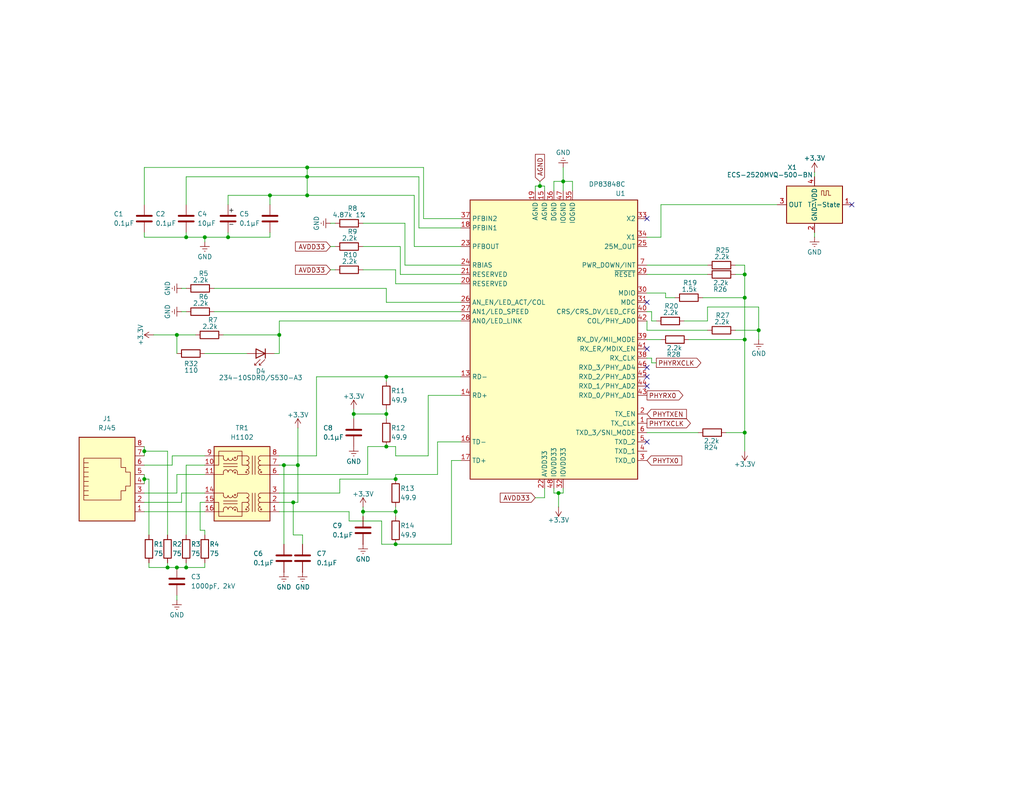
<source format=kicad_sch>
(kicad_sch (version 20231120) (generator "eeschema") (generator_version "8.0")
  (paper "A")
  (title_block (title "Free Space Optical 10BASE-T Ethernet Transceiver Circuit") (date "2025-07-22"))
  (lib_symbols
    (symbol "Connector:RJ45" (pin_names (offset 1.016))
      (property "Reference" "J" (at -5.08 13.97 0))
      (property "Value" "RJ45" (at 2.54 13.97 0))
      (symbol "RJ45_0_1"
        (polyline (pts (xy -5.08 4.445) (xy -6.35 4.445)))
        (polyline (pts (xy -5.08 5.715) (xy -6.35 5.715)))
        (polyline (pts (xy -6.35 -3.175) (xy -5.08 -3.175) (xy -5.08 -3.175)))
        (polyline (pts (xy -6.35 -1.905) (xy -5.08 -1.905) (xy -5.08 -1.905)))
        (polyline (pts (xy -6.35 -0.635) (xy -5.08 -0.635) (xy -5.08 -0.635)))
        (polyline (pts (xy -6.35 0.635) (xy -5.08 0.635) (xy -5.08 0.635)))
        (polyline (pts (xy -6.35 1.905) (xy -5.08 1.905) (xy -5.08 1.905)))
        (polyline (pts (xy -5.08 3.175) (xy -6.35 3.175) (xy -6.35 3.175)))
        (polyline (pts (xy -6.35 -4.445) (xy -6.35 6.985) (xy 3.81 6.985) (xy 3.81 4.445) (xy 5.08 4.445) (xy 5.08 3.175) (xy 6.35 3.175) (xy 6.35 -0.635) (xy 5.08 -0.635) (xy 5.08 -1.905) (xy 3.81 -1.905) (xy 3.81 -4.445) (xy -6.35 -4.445) (xy -6.35 -4.445)))
        (rectangle (start 7.62 12.7) (end -7.62 -10.16) (stroke (width 0.254)) (fill (type background)))
      )
      (symbol "RJ45_1_1"
        (pin passive line (at 10.16 -7.62 180) (length 2.54) (name "~") (number "1"))
        (pin passive line (at 10.16 -5.08 180) (length 2.54) (name "~") (number "2"))
        (pin passive line (at 10.16 -2.54 180) (length 2.54) (name "~") (number "3"))
        (pin passive line (at 10.16 0 180) (length 2.54) (name "~") (number "4"))
        (pin passive line (at 10.16 2.54 180) (length 2.54) (name "~") (number "5"))
        (pin passive line (at 10.16 5.08 180) (length 2.54) (name "~") (number "6"))
        (pin passive line (at 10.16 7.62 180) (length 2.54) (name "~") (number "7"))
        (pin passive line (at 10.16 10.16 180) (length 2.54) (name "~") (number "8"))
      )
    )
    (symbol "Device:C" (pin_numbers hide) (pin_names (offset 0.254))
      (property "Reference" "C" (at 0.635 2.54 0))
      (property "Value" "C" (at 0.635 -2.54 0))
      (symbol "C_0_1"
        (polyline (pts (xy -2.032 -0.762) (xy 2.032 -0.762)) (stroke (width 0.508)))
        (polyline (pts (xy -2.032 0.762) (xy 2.032 0.762)) (stroke (width 0.508)))
      )
      (symbol "C_1_1"
        (pin passive line (at 0 3.81 270) (length 2.794) (name "~") (number "1"))
        (pin passive line (at 0 -3.81 90) (length 2.794) (name "~") (number "2"))
      )
    )
    (symbol "Device:R" (pin_numbers hide) (pin_names (offset 0))
      (property "Reference" "R" (at 2.032 0 90))
      (property "Value" "R" (at 0 0 90))
      (symbol "R_0_1"
        (rectangle (start -1.016 -2.54) (end 1.016 2.54) (stroke (width 0.254)))
      )
      (symbol "R_1_1"
        (pin passive line (at 0 3.81 270) (length 1.27) (name "~") (number "1"))
        (pin passive line (at 0 -3.81 90) (length 1.27) (name "~") (number "2"))
      )
    )
    (symbol "Interface_Ethernet:DP83848C"
      (property "Reference" "U" (at -21.59 39.37 0))
      (property "Value" "DP83848C" (at 12.7 39.37 0))
      (symbol "DP83848C_0_1"
        (rectangle (start -22.86 38.1) (end 22.86 -38.1) (stroke (width 0.254)) (fill (type background)))
      )
      (symbol "DP83848C_1_1"
        (pin output line (at -25.4 22.86 0) (length 2.54) (name "TX_CLK") (number "1"))
        (pin passive line (at 25.4 10.16 180) (length 2.54) (name "RD-") (number "13"))
        (pin passive line (at 25.4 15.24 180) (length 2.54) (name "RD+") (number "14"))
        (pin power_in line (at 2.54 -40.64 90) (length 2.54) (name "AGND") (number "15"))
        (pin passive line (at 25.4 27.94 180) (length 2.54) (name "TD-") (number "16"))
        (pin passive line (at 25.4 33.02 180) (length 2.54) (name "TD+") (number "17"))
        (pin passive line (at 25.4 -30.48 180) (length 2.54) (name "PFBIN1") (number "18"))
        (pin power_in line (at 5.08 -40.64 90) (length 2.54) (name "AGND") (number "19"))
        (pin input line (at -25.4 20.32 0) (length 2.54) (name "TX_EN") (number "2"))
        (pin passive line (at 25.4 -15.24 180) (length 2.54) (name "RESERVED") (number "20"))
        (pin passive line (at 25.4 -17.78 180) (length 2.54) (name "RESERVED") (number "21"))
        (pin power_in line (at 2.54 40.64 270) (length 2.54) (name "AVDD33") (number "22"))
        (pin passive line (at 25.4 -25.4 180) (length 2.54) (name "PFBOUT") (number "23"))
        (pin passive line (at 25.4 -20.32 180) (length 2.54) (name "RBIAS") (number "24"))
        (pin output line (at -25.4 -25.4 0) (length 2.54) (name "25M_OUT") (number "25"))
        (pin output line (at 25.4 -10.16 180) (length 2.54) (name "AN_EN/LED_ACT/COL") (number "26"))
        (pin output line (at 25.4 -7.62 180) (length 2.54) (name "AN1/LED_SPEED") (number "27"))
        (pin output line (at 25.4 -5.08 180) (length 2.54) (name "AN0/LED_LINK") (number "28"))
        (pin input line (at -25.4 -17.78 0) (length 2.54) (name "~{RESET}") (number "29"))
        (pin input line (at -25.4 33.02 0) (length 2.54) (name "TXD_0") (number "3"))
        (pin bidirectional line (at -25.4 -12.7 0) (length 2.54) (name "MDIO") (number "30"))
        (pin input line (at -25.4 -10.16 0) (length 2.54) (name "MDC") (number "31"))
        (pin power_in line (at -2.54 40.64 270) (length 2.54) (name "IOVDD33") (number "32"))
        (pin output line (at -25.4 -33.02 0) (length 2.54) (name "X2") (number "33"))
        (pin input line (at -25.4 -27.94 0) (length 2.54) (name "X1") (number "34"))
        (pin power_in line (at -5.08 -40.64 90) (length 2.54) (name "IOGND") (number "35"))
        (pin power_in line (at 0 -40.64 90) (length 2.54) (name "DGND") (number "36"))
        (pin passive line (at 25.4 -33.02 180) (length 2.54) (name "PFBIN2") (number "37"))
        (pin output line (at -25.4 5.08 0) (length 2.54) (name "RX_CLK") (number "38"))
        (pin output line (at -25.4 0 0) (length 2.54) (name "RX_DV/MII_MODE") (number "39"))
        (pin input line (at -25.4 30.48 0) (length 2.54) (name "TXD_1") (number "4"))
        (pin output line (at -25.4 -7.62 0) (length 2.54) (name "CRS/CRS_DV/LED_CFG") (number "40"))
        (pin output line (at -25.4 2.54 0) (length 2.54) (name "RX_ER/MDIX_EN") (number "41"))
        (pin output line (at -25.4 -5.08 0) (length 2.54) (name "COL/PHY_AD0") (number "42"))
        (pin output line (at -25.4 15.24 0) (length 2.54) (name "RXD_0/PHY_AD1") (number "43"))
        (pin output line (at -25.4 12.7 0) (length 2.54) (name "RXD_1/PHY_AD2") (number "44"))
        (pin output line (at -25.4 10.16 0) (length 2.54) (name "RXD_2/PHY_AD3") (number "45"))
        (pin output line (at -25.4 7.62 0) (length 2.54) (name "RXD_3/PHY_AD4") (number "46"))
        (pin power_in line (at -2.54 -40.64 90) (length 2.54) (name "IOGND") (number "47"))
        (pin power_in line (at 0 40.64 270) (length 2.54) (name "IOVDD33") (number "48"))
        (pin input line (at -25.4 27.94 0) (length 2.54) (name "TXD_2") (number "5"))
        (pin input line (at -25.4 25.4 0) (length 2.54) (name "TXD_3/SNI_MODE") (number "6"))
        (pin input line (at -25.4 -20.32 0) (length 2.54) (name "PWR_DOWN/INT") (number "7"))
      )
    )
    (symbol "LED:IR204A" (pin_numbers hide) (pin_names (offset 1.016) hide)
      (property "Reference" "D" (at 0.508 1.778 0))
      (property "Value" "IR204A" (at -1.016 -2.794 0))
      (symbol "IR204A_0_1"
        (polyline (pts (xy -2.54 1.27) (xy -2.54 -1.27)) (stroke (width 0.254)))
        (polyline (pts (xy 0 0) (xy -2.54 0)))
        (polyline (pts (xy 0.381 3.175) (xy -0.127 3.175)))
        (polyline (pts (xy -1.143 1.651) (xy 0.381 3.175) (xy 0.381 2.667)))
        (polyline (pts (xy 0 1.27) (xy -2.54 0) (xy 0 -1.27) (xy 0 1.27)) (stroke (width 0.254)))
        (polyline (pts (xy -2.413 1.651) (xy -0.889 3.175) (xy -0.889 2.667) (xy -0.889 3.175) (xy -1.397 3.175)))
      )
      (symbol "IR204A_1_1"
        (pin passive line (at -5.08 0 0) (length 2.54) (name "K") (number "1"))
        (pin passive line (at 2.54 0 180) (length 2.54) (name "A") (number "2"))
      )
    )
    (symbol "Oscillator:ECS-2520MV-xxx-xx"
      (property "Reference" "X" (at -5.08 6.35 0))
      (property "Value" "ECS-2520MV-xxx-xx" (at 1.27 -6.35 0))
      (symbol "ECS-2520MV-xxx-xx_0_1"
        (rectangle (start -7.62 5.08) (end 7.62 -5.08) (stroke (width 0.254)) (fill (type background)))
        (polyline (pts (xy -4.445 2.54) (xy -3.81 2.54) (xy -3.81 3.81) (xy -3.175 3.81) (xy -3.175 2.54) (xy -2.54 2.54) (xy -2.54 3.81) (xy -1.905 3.81) (xy -1.905 2.54)))
      )
      (symbol "ECS-2520MV-xxx-xx_1_1"
        (pin input line (at -10.16 0 0) (length 2.54) (name "Tri-State") (number "1"))
        (pin power_in line (at 0 -7.62 90) (length 2.54) (name "GND") (number "2"))
        (pin output line (at 10.16 0 180) (length 2.54) (name "OUT") (number "3"))
        (pin power_in line (at 0 7.62 270) (length 2.54) (name "VDD") (number "4"))
      )
    )
    (symbol "Transformer:PT61017PEL" (pin_names hide)
      (property "Reference" "TR" (at 0 10.795 0))
      (property "Value" "PT61017PEL" (at 0 -10.795 0))
      (symbol "PT61017PEL_0_1"
        (rectangle (start -7.62 10.16) (end 7.62 -10.16) (stroke (width 0.254)) (fill (type background)))
        (circle (center -5.207 3.175) (radius 0.1778))
        (arc (start -5.08 6.35) (mid -4.4477 6.985) (end -5.08 7.62))
        (polyline (pts (xy -5.08 2.54) (xy -7.62 2.54)))
        (polyline (pts (xy -5.08 5.08) (xy -7.62 5.08)))
        (polyline (pts (xy -5.08 7.62) (xy -7.62 7.62)))
        (polyline (pts (xy -3.556 -2.54) (xy -3.556 -7.62)))
        (polyline (pts (xy -3.556 2.54) (xy -3.556 7.62)))
        (polyline (pts (xy -2.794 -7.62) (xy -2.794 -2.54)))
        (polyline (pts (xy -2.794 7.62) (xy -2.794 2.54)))
        (polyline (pts (xy 1.27 4.699) (xy 5.08 4.699)))
        (polyline (pts (xy 1.27 5.461) (xy 5.08 5.461)))
        (polyline (pts (xy -1.27 2.54) (xy 1.27 2.54) (xy 1.27 3.175)))
        (polyline (pts (xy 1.27 6.985) (xy 1.27 7.62) (xy -1.27 7.62)))
        (polyline (pts (xy 5.08 3.175) (xy 5.08 2.54) (xy 7.62 2.54)))
        (polyline (pts (xy 5.08 6.985) (xy 5.08 7.62) (xy 7.62 7.62)))
        (polyline (pts (xy -1.27 5.08) (xy 0 5.08) (xy 0 8.89) (xy 6.35 8.89) (xy 6.35 5.08) (xy 7.62 5.08)))
      )
      (symbol "PT61017PEL_1_1"
        (circle (center -5.207 -6.985) (radius 0.1778))
        (arc (start -5.08 -7.62) (mid -4.4477 -6.985) (end -5.08 -6.35))
        (arc (start -5.08 -6.35) (mid -4.4477 -5.715) (end -5.08 -5.08))
        (arc (start -5.08 -5.08) (mid -4.4477 -4.445) (end -5.08 -3.81))
        (arc (start -5.08 -3.81) (mid -4.4477 -3.175) (end -5.08 -2.54))
        (arc (start -5.08 2.54) (mid -4.4477 3.175) (end -5.08 3.81))
        (arc (start -5.08 3.81) (mid -4.4477 4.445) (end -5.08 5.08))
        (arc (start -5.08 5.08) (mid -4.4477 5.715) (end -5.08 6.35))
        (arc (start -1.27 -6.35) (mid -1.9023 -6.985) (end -1.27 -7.62))
        (arc (start -1.27 -5.08) (mid -1.9023 -5.715) (end -1.27 -6.35))
        (arc (start -1.27 -3.81) (mid -1.9023 -4.445) (end -1.27 -5.08))
        (arc (start -1.27 -2.54) (mid -1.9023 -3.175) (end -1.27 -3.81))
        (arc (start -1.27 3.81) (mid -1.9023 3.175) (end -1.27 2.54))
        (arc (start -1.27 5.08) (mid -1.9023 4.445) (end -1.27 3.81))
        (arc (start -1.27 6.35) (mid -1.9023 5.715) (end -1.27 5.08))
        (arc (start -1.27 7.62) (mid -1.9023 6.985) (end -1.27 6.35))
        (circle (center -1.143 -6.985) (radius 0.1778))
        (circle (center -1.143 3.175) (radius 0.1778))
        (polyline (pts (xy -5.08 -7.62) (xy -7.62 -7.62)))
        (polyline (pts (xy -5.08 -5.08) (xy -7.62 -5.08)))
        (polyline (pts (xy -5.08 -2.54) (xy -7.62 -2.54)))
        (polyline (pts (xy 1.27 -5.461) (xy 5.08 -5.461)))
        (polyline (pts (xy 1.27 -4.699) (xy 5.08 -4.699)))
        (polyline (pts (xy -1.27 -7.62) (xy 1.27 -7.62) (xy 1.27 -6.985)))
        (polyline (pts (xy 1.27 -3.175) (xy 1.27 -2.54) (xy -1.27 -2.54)))
        (polyline (pts (xy 5.08 -6.985) (xy 5.08 -7.62) (xy 7.62 -7.62)))
        (polyline (pts (xy 5.08 -3.175) (xy 5.08 -2.54) (xy 7.62 -2.54)))
        (polyline (pts (xy 7.62 -5.08) (xy 6.35 -5.08) (xy 6.35 -8.89) (xy 0 -8.89) (xy 0 -5.08) (xy -1.27 -5.08)))
        (arc (start 1.27 -3.175) (mid 1.905 -3.8073) (end 2.54 -3.175))
        (arc (start 1.27 6.985) (mid 1.905 6.3527) (end 2.54 6.985))
        (circle (center 1.905 -7.112) (radius 0.1778))
        (circle (center 1.905 -3.048) (radius 0.1778))
        (circle (center 1.905 3.048) (radius 0.1778))
        (circle (center 1.905 7.112) (radius 0.1778))
        (arc (start 2.54 -6.985) (mid 1.905 -6.3527) (end 1.27 -6.985))
        (arc (start 2.54 -3.175) (mid 3.175 -3.8073) (end 3.81 -3.175))
        (arc (start 2.54 3.175) (mid 1.905 3.8073) (end 1.27 3.175))
        (arc (start 2.54 6.985) (mid 3.175 6.3527) (end 3.81 6.985))
        (arc (start 3.81 -6.985) (mid 3.175 -6.3527) (end 2.54 -6.985))
        (arc (start 3.81 -3.175) (mid 4.445 -3.8073) (end 5.08 -3.175))
        (arc (start 3.81 3.175) (mid 3.175 3.8073) (end 2.54 3.175))
        (arc (start 3.81 6.985) (mid 4.445 6.3527) (end 5.08 6.985))
        (arc (start 5.08 -6.985) (mid 4.445 -6.3527) (end 3.81 -6.985))
        (arc (start 5.08 3.175) (mid 4.445 3.8073) (end 3.81 3.175))
        (pin passive line (at -10.16 -7.62 0) (length 2.54) (name "TD+") (number "1"))
        (pin passive line (at 10.16 5.08 180) (length 2.54) (name "C_RX") (number "10"))
        (pin passive line (at 10.16 2.54 180) (length 2.54) (name "RX+") (number "11"))
        (pin passive line (at 10.16 -2.54 180) (length 2.54) (name "TX-") (number "14"))
        (pin passive line (at 10.16 -5.08 180) (length 2.54) (name "C_TX") (number "15"))
        (pin passive line (at 10.16 -7.62 180) (length 2.54) (name "TX+") (number "16"))
        (pin passive line (at -10.16 -5.08 0) (length 2.54) (name "C_TD") (number "2"))
        (pin passive line (at -10.16 -2.54 0) (length 2.54) (name "TD-") (number "3"))
        (pin passive line (at -10.16 2.54 0) (length 2.54) (name "RD+") (number "6"))
        (pin passive line (at -10.16 5.08 0) (length 2.54) (name "C_RD") (number "7"))
        (pin passive line (at -10.16 7.62 0) (length 2.54) (name "RD-") (number "8"))
        (pin passive line (at 10.16 7.62 180) (length 2.54) (name "RX-") (number "9"))
      )
    )
    (symbol "power:+3.3V" (power) (pin_numbers hide) (pin_names (offset 0) hide)
      (property "Value" "+3.3V" (at 0 3.556 0))
      (symbol "+3.3V_0_1"
        (polyline (pts (xy -0.762 1.27) (xy 0 2.54)))
        (polyline (pts (xy 0 0) (xy 0 2.54)))
        (polyline (pts (xy 0 2.54) (xy 0.762 1.27)))
      )
      (symbol "+3.3V_1_1"
        (pin power_in line (at 0 0 90) (length 0) (name "~") (number "1"))
      )
    )
    (symbol "power:Earth" (power) (pin_numbers hide) (pin_names (offset 0) hide)
      (property "Value" "Earth" (at 0 -3.81 0))
      (symbol "Earth_0_1"
        (polyline (pts (xy -0.635 -1.905) (xy 0.635 -1.905)))
        (polyline (pts (xy -0.127 -2.54) (xy 0.127 -2.54)))
        (polyline (pts (xy 0 -1.27) (xy 0 0)))
        (polyline (pts (xy 1.27 -1.27) (xy -1.27 -1.27)))
      )
      (symbol "Earth_1_1"
        (pin power_in line (at 0 0 270) (length 0) (name "~") (number "1"))
      )
    )
  )
  (junction (at 105.41 113.03))
  (junction (at 96.52 113.03))
  (junction (at 203.2 92.71))
  (junction (at 207.01 90.17))
  (junction (at 203.2 74.93))
  (junction (at 81.28 127))
  (junction (at 203.2 81.28))
  (junction (at 105.41 102.87))
  (junction (at 83.82 53.34))
  (junction (at 48.26 154.94))
  (junction (at 77.47 127))
  (junction (at 203.2 118.11))
  (junction (at 48.26 91.44))
  (junction (at 147.32 50.8))
  (junction (at 50.8 64.77))
  (junction (at 39.37 130.81))
  (junction (at 107.95 139.7))
  (junction (at 55.88 64.77))
  (junction (at 73.66 53.34))
  (junction (at 152.4 134.62))
  (junction (at 107.95 148.59))
  (junction (at 39.37 123.19))
  (junction (at 80.01 137.16))
  (junction (at 62.23 64.77))
  (junction (at 105.41 121.92))
  (junction (at 83.82 48.26))
  (junction (at 99.06 139.7))
  (junction (at 153.67 49.53))
  (junction (at 76.2 91.44))
  (junction (at 50.8 154.94))
  (junction (at 83.82 45.72))
  (junction (at 107.95 130.81))
  (junction (at 45.72 154.94))
  (no_connect (at 176.53 59.69))
  (no_connect (at 176.53 102.87))
  (no_connect (at 176.53 100.33))
  (no_connect (at 176.53 120.65))
  (no_connect (at 176.53 105.41))
  (no_connect (at 176.53 82.55))
  (no_connect (at 232.41 55.88))
  (no_connect (at 176.53 95.25))
  (wire (pts (xy 104.14 142.24) (xy 104.14 148.59)))
  (wire (pts (xy 39.37 45.72) (xy 39.37 55.88)))
  (wire (pts (xy 176.53 118.11) (xy 190.5 118.11)))
  (wire (pts (xy 179.07 99.06) (xy 177.8 99.06)))
  (wire (pts (xy 203.2 74.93) (xy 203.2 81.28)))
  (wire (pts (xy 90.17 67.31) (xy 91.44 67.31)))
  (wire (pts (xy 96.52 113.03) (xy 105.41 113.03)))
  (wire (pts (xy 86.36 102.87) (xy 105.41 102.87)))
  (wire (pts (xy 39.37 139.7) (xy 55.88 139.7)))
  (wire (pts (xy 76.2 87.63) (xy 125.73 87.63)))
  (wire (pts (xy 55.88 144.78) (xy 55.88 146.05)))
  (wire (pts (xy 107.95 124.46) (xy 107.95 121.92)))
  (wire (pts (xy 46.99 127) (xy 46.99 124.46)))
  (wire (pts (xy 207.01 83.82) (xy 207.01 90.17)))
  (wire (pts (xy 76.2 134.62) (xy 92.71 134.62)))
  (wire (pts (xy 76.2 127) (xy 77.47 127)))
  (wire (pts (xy 180.34 55.88) (xy 180.34 64.77)))
  (wire (pts (xy 73.66 53.34) (xy 62.23 53.34)))
  (wire (pts (xy 39.37 134.62) (xy 48.26 134.62)))
  (wire (pts (xy 107.95 138.43) (xy 107.95 139.7)))
  (wire (pts (xy 99.06 138.43) (xy 99.06 139.7)))
  (wire (pts (xy 180.34 55.88) (xy 212.09 55.88)))
  (wire (pts (xy 177.8 85.09) (xy 177.8 87.63)))
  (wire (pts (xy 151.13 133.35) (xy 151.13 134.62)))
  (wire (pts (xy 62.23 53.34) (xy 62.23 55.88)))
  (wire (pts (xy 203.2 81.28) (xy 203.2 92.71)))
  (wire (pts (xy 82.55 146.05) (xy 80.01 146.05)))
  (wire (pts (xy 60.96 91.44) (xy 76.2 91.44)))
  (wire (pts (xy 105.41 104.14) (xy 105.41 102.87)))
  (wire (pts (xy 81.28 127) (xy 81.28 137.16)))
  (wire (pts (xy 114.3 48.26) (xy 114.3 62.23)))
  (wire (pts (xy 153.67 49.53) (xy 153.67 52.07)))
  (wire (pts (xy 55.88 153.67) (xy 55.88 154.94)))
  (wire (pts (xy 83.82 48.26) (xy 83.82 53.34)))
  (wire (pts (xy 39.37 130.81) (xy 40.64 130.81)))
  (wire (pts (xy 177.8 99.06) (xy 177.8 97.79)))
  (wire (pts (xy 76.2 124.46) (xy 86.36 124.46)))
  (wire (pts (xy 95.25 139.7) (xy 95.25 142.24)))
  (wire (pts (xy 105.41 82.55) (xy 125.73 82.55)))
  (wire (pts (xy 109.22 67.31) (xy 109.22 74.93)))
  (wire (pts (xy 39.37 130.81) (xy 39.37 132.08)))
  (wire (pts (xy 105.41 113.03) (xy 105.41 114.3)))
  (wire (pts (xy 177.8 87.63) (xy 179.07 87.63)))
  (wire (pts (xy 107.95 129.54) (xy 107.95 130.81)))
  (wire (pts (xy 186.69 87.63) (xy 193.04 87.63)))
  (wire (pts (xy 200.66 74.93) (xy 203.2 74.93)))
  (wire (pts (xy 100.33 129.54) (xy 100.33 121.92)))
  (wire (pts (xy 55.88 96.52) (xy 67.31 96.52)))
  (wire (pts (xy 39.37 121.92) (xy 39.37 123.19)))
  (wire (pts (xy 45.72 153.67) (xy 45.72 154.94)))
  (wire (pts (xy 39.37 63.5) (xy 39.37 64.77)))
  (wire (pts (xy 83.82 48.26) (xy 114.3 48.26)))
  (wire (pts (xy 222.25 63.5) (xy 222.25 64.77)))
  (wire (pts (xy 187.96 92.71) (xy 203.2 92.71)))
  (wire (pts (xy 49.53 78.74) (xy 50.8 78.74)))
  (wire (pts (xy 176.53 72.39) (xy 193.04 72.39)))
  (wire (pts (xy 151.13 134.62) (xy 152.4 134.62)))
  (wire (pts (xy 55.88 127) (xy 50.8 127)))
  (wire (pts (xy 55.88 64.77) (xy 62.23 64.77)))
  (wire (pts (xy 41.91 91.44) (xy 48.26 91.44)))
  (wire (pts (xy 222.25 46.99) (xy 222.25 48.26)))
  (wire (pts (xy 49.53 137.16) (xy 49.53 134.62)))
  (wire (pts (xy 83.82 45.72) (xy 115.57 45.72)))
  (wire (pts (xy 50.8 153.67) (xy 50.8 154.94)))
  (wire (pts (xy 58.42 78.74) (xy 105.41 78.74)))
  (wire (pts (xy 107.95 77.47) (xy 125.73 77.47)))
  (wire (pts (xy 116.84 124.46) (xy 116.84 107.95)))
  (wire (pts (xy 83.82 45.72) (xy 83.82 48.26)))
  (wire (pts (xy 76.2 96.52) (xy 76.2 91.44)))
  (wire (pts (xy 80.01 137.16) (xy 81.28 137.16)))
  (wire (pts (xy 50.8 154.94) (xy 55.88 154.94)))
  (wire (pts (xy 146.05 50.8) (xy 147.32 50.8)))
  (wire (pts (xy 48.26 91.44) (xy 53.34 91.44)))
  (wire (pts (xy 153.67 49.53) (xy 156.21 49.53)))
  (wire (pts (xy 99.06 67.31) (xy 109.22 67.31)))
  (wire (pts (xy 152.4 134.62) (xy 152.4 138.43)))
  (wire (pts (xy 86.36 124.46) (xy 86.36 102.87)))
  (wire (pts (xy 80.01 137.16) (xy 80.01 146.05)))
  (wire (pts (xy 55.88 64.77) (xy 55.88 66.04)))
  (wire (pts (xy 48.26 129.54) (xy 55.88 129.54)))
  (wire (pts (xy 39.37 64.77) (xy 50.8 64.77)))
  (wire (pts (xy 105.41 111.76) (xy 105.41 113.03)))
  (wire (pts (xy 92.71 130.81) (xy 107.95 130.81)))
  (wire (pts (xy 203.2 72.39) (xy 203.2 74.93)))
  (wire (pts (xy 76.2 137.16) (xy 80.01 137.16)))
  (wire (pts (xy 39.37 123.19) (xy 39.37 124.46)))
  (wire (pts (xy 153.67 45.72) (xy 153.67 49.53)))
  (wire (pts (xy 146.05 135.89) (xy 148.59 135.89)))
  (wire (pts (xy 99.06 139.7) (xy 99.06 140.97)))
  (wire (pts (xy 107.95 73.66) (xy 107.95 77.47)))
  (wire (pts (xy 96.52 111.76) (xy 96.52 113.03)))
  (wire (pts (xy 48.26 91.44) (xy 48.26 96.52)))
  (wire (pts (xy 105.41 121.92) (xy 107.95 121.92)))
  (wire (pts (xy 54.61 144.78) (xy 55.88 144.78)))
  (wire (pts (xy 40.64 153.67) (xy 40.64 154.94)))
  (wire (pts (xy 200.66 72.39) (xy 203.2 72.39)))
  (wire (pts (xy 73.66 53.34) (xy 73.66 55.88)))
  (wire (pts (xy 176.53 80.01) (xy 181.61 80.01)))
  (wire (pts (xy 110.49 60.96) (xy 110.49 72.39)))
  (wire (pts (xy 104.14 148.59) (xy 107.95 148.59)))
  (wire (pts (xy 203.2 118.11) (xy 203.2 123.19)))
  (wire (pts (xy 50.8 63.5) (xy 50.8 64.77)))
  (wire (pts (xy 177.8 97.79) (xy 176.53 97.79)))
  (wire (pts (xy 123.19 148.59) (xy 107.95 148.59)))
  (wire (pts (xy 99.06 60.96) (xy 110.49 60.96)))
  (wire (pts (xy 58.42 85.09) (xy 125.73 85.09)))
  (wire (pts (xy 148.59 50.8) (xy 148.59 52.07)))
  (wire (pts (xy 119.38 120.65) (xy 125.73 120.65)))
  (wire (pts (xy 147.32 50.8) (xy 148.59 50.8)))
  (wire (pts (xy 48.26 154.94) (xy 50.8 154.94)))
  (wire (pts (xy 90.17 73.66) (xy 91.44 73.66)))
  (wire (pts (xy 115.57 59.69) (xy 125.73 59.69)))
  (wire (pts (xy 55.88 137.16) (xy 54.61 137.16)))
  (wire (pts (xy 83.82 48.26) (xy 50.8 48.26)))
  (wire (pts (xy 76.2 129.54) (xy 100.33 129.54)))
  (wire (pts (xy 151.13 49.53) (xy 153.67 49.53)))
  (wire (pts (xy 39.37 137.16) (xy 49.53 137.16)))
  (wire (pts (xy 200.66 90.17) (xy 207.01 90.17)))
  (wire (pts (xy 181.61 81.28) (xy 184.15 81.28)))
  (wire (pts (xy 77.47 127) (xy 81.28 127)))
  (wire (pts (xy 153.67 134.62) (xy 152.4 134.62)))
  (wire (pts (xy 95.25 142.24) (xy 104.14 142.24)))
  (wire (pts (xy 50.8 48.26) (xy 50.8 55.88)))
  (wire (pts (xy 39.37 127) (xy 46.99 127)))
  (wire (pts (xy 176.53 74.93) (xy 193.04 74.93)))
  (wire (pts (xy 50.8 64.77) (xy 55.88 64.77)))
  (wire (pts (xy 39.37 129.54) (xy 39.37 130.81)))
  (wire (pts (xy 105.41 78.74) (xy 105.41 82.55)))
  (wire (pts (xy 198.12 118.11) (xy 203.2 118.11)))
  (wire (pts (xy 191.77 81.28) (xy 203.2 81.28)))
  (wire (pts (xy 151.13 52.07) (xy 151.13 49.53)))
  (wire (pts (xy 49.53 134.62) (xy 55.88 134.62)))
  (wire (pts (xy 193.04 83.82) (xy 207.01 83.82)))
  (wire (pts (xy 62.23 64.77) (xy 73.66 64.77)))
  (wire (pts (xy 48.26 162.56) (xy 48.26 163.83)))
  (wire (pts (xy 116.84 107.95) (xy 125.73 107.95)))
  (wire (pts (xy 73.66 63.5) (xy 73.66 64.77)))
  (wire (pts (xy 176.53 85.09) (xy 177.8 85.09)))
  (wire (pts (xy 176.53 90.17) (xy 176.53 87.63)))
  (wire (pts (xy 114.3 62.23) (xy 125.73 62.23)))
  (wire (pts (xy 90.17 60.96) (xy 91.44 60.96)))
  (wire (pts (xy 176.53 64.77) (xy 180.34 64.77)))
  (wire (pts (xy 45.72 154.94) (xy 48.26 154.94)))
  (wire (pts (xy 82.55 148.59) (xy 82.55 146.05)))
  (wire (pts (xy 92.71 134.62) (xy 92.71 130.81)))
  (wire (pts (xy 83.82 53.34) (xy 113.03 53.34)))
  (wire (pts (xy 46.99 124.46) (xy 55.88 124.46)))
  (wire (pts (xy 54.61 137.16) (xy 54.61 144.78)))
  (wire (pts (xy 62.23 63.5) (xy 62.23 64.77)))
  (wire (pts (xy 203.2 92.71) (xy 203.2 118.11)))
  (wire (pts (xy 39.37 123.19) (xy 45.72 123.19)))
  (wire (pts (xy 181.61 80.01) (xy 181.61 81.28)))
  (wire (pts (xy 76.2 139.7) (xy 95.25 139.7)))
  (wire (pts (xy 147.32 49.53) (xy 147.32 50.8)))
  (wire (pts (xy 146.05 52.07) (xy 146.05 50.8)))
  (wire (pts (xy 156.21 52.07) (xy 156.21 49.53)))
  (wire (pts (xy 119.38 129.54) (xy 107.95 129.54)))
  (wire (pts (xy 76.2 91.44) (xy 76.2 87.63)))
  (wire (pts (xy 113.03 67.31) (xy 125.73 67.31)))
  (wire (pts (xy 49.53 85.09) (xy 50.8 85.09)))
  (wire (pts (xy 45.72 146.05) (xy 45.72 123.19)))
  (wire (pts (xy 125.73 125.73) (xy 123.19 125.73)))
  (wire (pts (xy 83.82 53.34) (xy 73.66 53.34)))
  (wire (pts (xy 40.64 154.94) (xy 45.72 154.94)))
  (wire (pts (xy 116.84 124.46) (xy 107.95 124.46)))
  (wire (pts (xy 176.53 92.71) (xy 180.34 92.71)))
  (wire (pts (xy 176.53 90.17) (xy 193.04 90.17)))
  (wire (pts (xy 48.26 134.62) (xy 48.26 129.54)))
  (wire (pts (xy 105.41 102.87) (xy 125.73 102.87)))
  (wire (pts (xy 113.03 53.34) (xy 113.03 67.31)))
  (wire (pts (xy 74.93 96.52) (xy 76.2 96.52)))
  (wire (pts (xy 193.04 87.63) (xy 193.04 83.82)))
  (wire (pts (xy 96.52 113.03) (xy 96.52 114.3)))
  (wire (pts (xy 40.64 146.05) (xy 40.64 130.81)))
  (wire (pts (xy 83.82 45.72) (xy 39.37 45.72)))
  (wire (pts (xy 81.28 116.84) (xy 81.28 127)))
  (wire (pts (xy 153.67 133.35) (xy 153.67 134.62)))
  (wire (pts (xy 107.95 139.7) (xy 107.95 140.97)))
  (wire (pts (xy 77.47 127) (xy 77.47 148.59)))
  (wire (pts (xy 119.38 120.65) (xy 119.38 129.54)))
  (wire (pts (xy 123.19 125.73) (xy 123.19 148.59)))
  (wire (pts (xy 100.33 121.92) (xy 105.41 121.92)))
  (wire (pts (xy 50.8 127) (xy 50.8 146.05)))
  (wire (pts (xy 99.06 139.7) (xy 107.95 139.7)))
  (wire (pts (xy 110.49 72.39) (xy 125.73 72.39)))
  (wire (pts (xy 207.01 90.17) (xy 207.01 92.71)))
  (wire (pts (xy 115.57 45.72) (xy 115.57 59.69)))
  (wire (pts (xy 148.59 135.89) (xy 148.59 133.35)))
  (wire (pts (xy 99.06 73.66) (xy 107.95 73.66)))
  (wire (pts (xy 109.22 74.93) (xy 125.73 74.93)))
  (label "+" (at 62.23 58.42 0))
  (label "-" (at 62.23 62.23 0))
  (global_label "PHYRXCLK" (shape output) (at 179.07 99.06 0) (property "Intersheetrefs" "${INTERSHEET_REFS}" (effects (hide yes))))
  (global_label "PHYTXCLK" (shape output) (at 176.53 115.57 0) (property "Intersheetrefs" "${INTERSHEET_REFS}" (effects (hide yes))))
  (global_label "AVDD33" (shape input) (at 146.05 135.89 180) (property "Intersheetrefs" "${INTERSHEET_REFS}" (effects (hide yes))))
  (global_label "AVDD33" (shape input) (at 90.17 67.31 180) (property "Intersheetrefs" "${INTERSHEET_REFS}" (effects (hide yes))))
  (global_label "PHYTX0" (shape input) (at 176.53 125.73 0) (property "Intersheetrefs" "${INTERSHEET_REFS}" (effects (hide yes))))
  (global_label "AVDD33" (shape input) (at 90.17 73.66 180) (property "Intersheetrefs" "${INTERSHEET_REFS}" (effects (hide yes))))
  (global_label "PHYRX0" (shape output) (at 176.53 107.95 0) (property "Intersheetrefs" "${INTERSHEET_REFS}" (effects (hide yes))))
  (global_label "AGND" (shape input) (at 147.32 49.53 90) (property "Intersheetrefs" "${INTERSHEET_REFS}" (effects (hide yes))))
  (global_label "PHYTXEN" (shape input) (at 176.53 113.03 0) (property "Intersheetrefs" "${INTERSHEET_REFS}" (effects (hide yes))))
  (symbol (lib_id "Device:R") (at 45.72 149.86 0) (unit 1)
    (property "Reference" "R2" (at 46.99 148.59 0) (effects (justify left)))
    (property "Value" "75" (at 46.99 151.13 0) (effects (justify left)))
    (property "Description" "Resistor" (effects (hide yes)))
  )
  (symbol (lib_id "Device:C") (at 77.47 152.4 0) (unit 1)
    (property "Reference" "C6" (at 69.088 151.13 0) (effects (justify left)))
    (property "Value" "0.1μF" (at 69.088 153.67 0) (effects (justify left)))
    (property "Description" "Unpolarized capacitor" (effects (hide yes)))
  )
  (symbol (lib_id "Device:R") (at 95.25 73.66 90) (unit 1)
    (property "Reference" "R10" (at 97.536 69.596 90) (effects (justify left)))
    (property "Value" "2.2k" (at 97.536 71.374 90) (effects (justify left)))
    (property "Description" "Resistor" (effects (hide yes)))
  )
  (symbol (lib_id "Device:C") (at 48.26 158.75 0) (unit 1)
    (property "Reference" "C3" (at 52.07 157.4799 0) (effects (justify left)))
    (property "Value" "1000pF, 2kV" (at 52.07 160.0199 0) (effects (justify left)))
    (property "Description" "Unpolarized capacitor" (effects (hide yes)))
  )
  (symbol (lib_id "power:Earth") (at 82.55 156.21 0) (unit 1)
    (property "Reference" "#PWR09" (effects (hide yes)))
    (property "Value" "GND" (at 82.55 160.274 0))
    (property "Description" "Power symbol creates a global label with name \"Earth\"" (effects (hide yes)))
  )
  (symbol (lib_id "Device:R") (at 194.31 118.11 270) (unit 1)
    (property "Reference" "R24" (at 192.024 122.174 90) (effects (justify left)))
    (property "Value" "2.2k" (at 192.024 120.396 90) (effects (justify left)))
    (property "Description" "Resistor" (effects (hide yes)))
  )
  (symbol (lib_id "Device:R") (at 105.41 107.95 0) (unit 1)
    (property "Reference" "R11" (at 106.68 106.68 0) (effects (justify left)))
    (property "Value" "49.9" (at 106.68 109.22 0) (effects (justify left)))
    (property "Description" "Resistor" (effects (hide yes)))
  )
  (symbol (lib_id "Connector:RJ45") (at 29.21 132.08 0) (unit 1)
    (property "Reference" "J1" (at 29.21 114.3 0))
    (property "Value" "RJ45" (at 29.21 116.84 0))
    (property "Description" "RJ connector, 8P8C (8 positions 8 connected)" (effects (hide yes)))
  )
  (symbol (lib_id "LED:IR204A") (at 69.85 96.52 180) (unit 1)
    (property "Reference" "D4" (at 71.12 101.346 0))
    (property "Value" "234-10SDRD/S530-A3" (at 71.12 103.124 0))
    (property "Footprint" "LED_THT:LED_D3.0mm_IRBlack" (effects (hide yes)))
    (property "Datasheet" "http://www.everlight.com/file/ProductFile/IR204-A.pdf" (effects (hide yes)))
    (property "Description" "Infrared LED , 3mm LED package" (effects (hide yes)))
  )
  (symbol (lib_id "Device:R") (at 57.15 91.44 90) (unit 1)
    (property "Reference" "R7" (at 59.436 87.376 90) (effects (justify left)))
    (property "Value" "2.2k" (at 59.436 89.154 90) (effects (justify left)))
    (property "Description" "Resistor" (effects (hide yes)))
  )
  (symbol (lib_id "Device:C") (at 39.37 59.69 0) (unit 1)
    (property "Reference" "C1" (at 30.988 58.42 0) (effects (justify left)))
    (property "Value" "0.1μF" (at 30.988 60.96 0) (effects (justify left)))
    (property "Description" "Unpolarized capacitor" (effects (hide yes)))
  )
  (symbol (lib_id "power:Earth") (at 55.88 66.04 0) (unit 1)
    (property "Reference" "#PWR01" (effects (hide yes)))
    (property "Value" "GND" (at 55.88 70.104 0))
    (property "Description" "Power symbol creates a global label with name \"Earth\"" (effects (hide yes)))
  )
  (symbol (lib_id "Device:R") (at 105.41 118.11 0) (unit 1)
    (property "Reference" "R12" (at 106.68 116.84 0) (effects (justify left)))
    (property "Value" "49.9" (at 106.68 119.38 0) (effects (justify left)))
    (property "Description" "Resistor" (effects (hide yes)))
  )
  (symbol (lib_id "Interface_Ethernet:DP83848C") (at 151.13 92.71 180) (unit 1)
    (property "Reference" "U1" (at 170.688 52.832 0) (effects (justify left)))
    (property "Value" "DP83848C" (at 170.688 50.292 0) (effects (justify left)))
    (property "Footprint" "Package_QFP:LQFP-48_7x7mm_P0.5mm" (effects (hide yes)))
    (property "Datasheet" "http://www.ti.com/lit/ds/symlink/dp83848c.pdf" (effects (hide yes)))
    (property "Description" "MII/RMII Single 10/100Mbps Ethernet Physical Layer Transceiver, LQFP-48" (effects (hide yes)))
  )
  (symbol (lib_id "power:+3.3V") (at 152.4 138.43 180) (unit 1)
    (property "Reference" "#PWR014" (effects (hide yes)))
    (property "Value" "+3.3V" (at 152.4 141.986 0))
    (property "Description" "Power symbol creates a global label with name \"+3.3V\"" (effects (hide yes)))
  )
  (symbol (lib_id "power:Earth") (at 153.67 45.72 0) (mirror x) (unit 1)
    (property "Reference" "#PWR015" (effects (hide yes)))
    (property "Value" "GND" (at 153.67 41.656 0))
    (property "Description" "Power symbol creates a global label with name \"Earth\"" (effects (hide yes)))
  )
  (symbol (lib_id "Device:R") (at 40.64 149.86 0) (unit 1)
    (property "Reference" "R1" (at 41.91 148.59 0) (effects (justify left)))
    (property "Value" "75" (at 41.91 151.13 0) (effects (justify left)))
    (property "Description" "Resistor" (effects (hide yes)))
  )
  (symbol (lib_id "Device:R") (at 95.25 67.31 90) (unit 1)
    (property "Reference" "R9" (at 97.536 63.246 90) (effects (justify left)))
    (property "Value" "2.2k" (at 97.536 65.024 90) (effects (justify left)))
    (property "Description" "Resistor" (effects (hide yes)))
  )
  (symbol (lib_id "power:Earth") (at 49.53 85.09 270) (unit 1)
    (property "Reference" "#PWR04" (effects (hide yes)))
    (property "Value" "GND" (at 45.72 85.09 0))
    (property "Description" "Power symbol creates a global label with name \"Earth\"" (effects (hide yes)))
  )
  (symbol (lib_id "Device:C") (at 62.23 59.69 0) (unit 1)
    (property "Reference" "C4" (at 53.848 58.42 0) (effects (justify left)))
    (property "Value" "10μF" (at 53.848 60.96 0) (effects (justify left)))
    (property "Description" "Unpolarized capacitor" (effects (hide yes)))
  )
  (symbol (lib_id "power:Earth") (at 77.47 156.21 0) (unit 1)
    (property "Reference" "#PWR06" (effects (hide yes)))
    (property "Value" "GND" (at 77.47 160.274 0))
    (property "Description" "Power symbol creates a global label with name \"Earth\"" (effects (hide yes)))
  )
  (symbol (lib_id "power:+3.3V") (at 41.91 91.44 90) (mirror x) (unit 1)
    (property "Reference" "#PWR05" (effects (hide yes)))
    (property "Value" "+3.3V" (at 38.354 91.44 0))
    (property "Description" "Power symbol creates a global label with name \"+3.3V\"" (effects (hide yes)))
  )
  (symbol (lib_id "power:Earth") (at 96.52 121.92 0) (unit 1)
    (property "Reference" "#PWR011" (effects (hide yes)))
    (property "Value" "GND" (at 96.52 125.984 0))
    (property "Description" "Power symbol creates a global label with name \"Earth\"" (effects (hide yes)))
  )
  (symbol (lib_id "Device:R") (at 55.88 149.86 0) (unit 1)
    (property "Reference" "R4" (at 57.15 148.59 0) (effects (justify left)))
    (property "Value" "75" (at 57.15 151.13 0) (effects (justify left)))
    (property "Description" "Resistor" (effects (hide yes)))
  )
  (symbol (lib_id "Device:C") (at 99.06 144.78 0) (unit 1)
    (property "Reference" "C9" (at 90.678 143.51 0) (effects (justify left)))
    (property "Value" "0.1μF" (at 90.678 146.05 0) (effects (justify left)))
    (property "Description" "Unpolarized capacitor" (effects (hide yes)))
  )
  (symbol (lib_id "power:Earth") (at 90.17 60.96 270) (unit 1)
    (property "Reference" "#PWR08" (effects (hide yes)))
    (property "Value" "GND" (at 86.36 60.96 0))
    (property "Description" "Power symbol creates a global label with name \"Earth\"" (effects (hide yes)))
  )
  (symbol (lib_id "Device:C") (at 82.55 152.4 0) (unit 1)
    (property "Reference" "C7" (at 86.36 151.1299 0) (effects (justify left)))
    (property "Value" "0.1μF" (at 86.36 153.6699 0) (effects (justify left)))
    (property "Description" "Unpolarized capacitor" (effects (hide yes)))
  )
  (symbol (lib_id "Device:C") (at 96.52 118.11 0) (unit 1)
    (property "Reference" "C8" (at 88.138 116.84 0) (effects (justify left)))
    (property "Value" "0.1μF" (at 88.138 119.38 0) (effects (justify left)))
    (property "Description" "Unpolarized capacitor" (effects (hide yes)))
  )
  (symbol (lib_id "Device:R") (at 196.85 90.17 90) (unit 1)
    (property "Reference" "R27" (at 199.136 86.106 90) (effects (justify left)))
    (property "Value" "2.2k" (at 199.136 87.884 90) (effects (justify left)))
    (property "Description" "Resistor" (effects (hide yes)))
  )
  (symbol (lib_id "Transformer:PT61017PEL") (at 66.04 132.08 0) (mirror y) (unit 1)
    (property "Reference" "TR1" (at 66.04 116.84 0))
    (property "Value" "H1102" (at 66.04 119.38 0))
    (property "Footprint" "Transformer_SMD:Transformer_Ethernet_Bourns_PT61017PEL" (effects (hide yes)))
    (property "Datasheet" "https://www.bourns.com/docs/Product-Datasheets/PT61017PEL.pdf" (effects (hide yes)))
    (property "Description" "Ethernet LAN 10/100 Base-Tx Transformer with Center Taps" (effects (hide yes)))
  )
  (symbol (lib_id "power:Earth") (at 99.06 148.59 0) (unit 1)
    (property "Reference" "#PWR013" (effects (hide yes)))
    (property "Value" "GND" (at 99.06 152.654 0))
    (property "Description" "Power symbol creates a global label with name \"Earth\"" (effects (hide yes)))
  )
  (symbol (lib_id "power:Earth") (at 222.25 64.77 0) (unit 1)
    (property "Reference" "#PWR039" (effects (hide yes)))
    (property "Value" "GND" (at 222.25 68.834 0))
    (property "Description" "Power symbol creates a global label with name \"Earth\"" (effects (hide yes)))
  )
  (symbol (lib_id "Device:R") (at 107.95 134.62 0) (unit 1)
    (property "Reference" "R13" (at 109.22 133.35 0) (effects (justify left)))
    (property "Value" "49.9" (at 109.22 135.89 0) (effects (justify left)))
    (property "Description" "Resistor" (effects (hide yes)))
  )
  (symbol (lib_id "Device:R") (at 50.8 149.86 0) (unit 1)
    (property "Reference" "R3" (at 52.07 148.59 0) (effects (justify left)))
    (property "Value" "75" (at 52.07 151.13 0) (effects (justify left)))
    (property "Description" "Resistor" (effects (hide yes)))
  )
  (symbol (lib_id "power:+3.3V") (at 81.28 116.84 0) (mirror y) (unit 1)
    (property "Reference" "#PWR07" (effects (hide yes)))
    (property "Value" "+3.3V" (at 81.28 113.284 0))
    (property "Description" "Power symbol creates a global label with name \"+3.3V\"" (effects (hide yes)))
  )
  (symbol (lib_id "Device:R") (at 196.85 74.93 270) (unit 1)
    (property "Reference" "R26" (at 194.564 78.994 90) (effects (justify left)))
    (property "Value" "2.2k" (at 194.564 77.216 90) (effects (justify left)))
    (property "Description" "Resistor" (effects (hide yes)))
  )
  (symbol (lib_id "Device:R") (at 107.95 144.78 0) (unit 1)
    (property "Reference" "R14" (at 109.22 143.51 0) (effects (justify left)))
    (property "Value" "49.9" (at 109.22 146.05 0) (effects (justify left)))
    (property "Description" "Resistor" (effects (hide yes)))
  )
  (symbol (lib_id "Oscillator:ECS-2520MV-xxx-xx") (at 222.25 55.88 0) (mirror y) (unit 1)
    (property "Reference" "X1" (at 216.154 45.72 0))
    (property "Value" "ECS-2520MVQ-500-BN" (at 210.058 47.752 0))
    (property "Footprint" "Oscillator:Oscillator_SMD_ECS_2520MV-xxx-xx-4Pin_2.5x2.0mm" (effects (hide yes)))
    (property "Datasheet" "https://www.ecsxtal.com/store/pdf/ECS-2520MV.pdf" (effects (hide yes)))
    (property "Description" "HCMOS Crystal Clock Oscillator, 2.5x2.0 mm SMD" (effects (hide yes)))
  )
  (symbol (lib_id "power:Earth") (at 48.26 163.83 0) (unit 1)
    (property "Reference" "#PWR02" (effects (hide yes)))
    (property "Value" "GND" (at 48.26 167.894 0))
    (property "Description" "Power symbol creates a global label with name \"Earth\"" (effects (hide yes)))
  )
  (symbol (lib_id "Device:R") (at 54.61 78.74 90) (unit 1)
    (property "Reference" "R5" (at 56.896 74.676 90) (effects (justify left)))
    (property "Value" "2.2k" (at 56.896 76.454 90) (effects (justify left)))
    (property "Description" "Resistor" (effects (hide yes)))
  )
  (symbol (lib_id "Device:R") (at 54.61 85.09 90) (unit 1)
    (property "Reference" "R6" (at 56.896 81.026 90) (effects (justify left)))
    (property "Value" "2.2k" (at 56.896 82.804 90) (effects (justify left)))
    (property "Description" "Resistor" (effects (hide yes)))
  )
  (symbol (lib_id "power:+3.3V") (at 96.52 111.76 0) (mirror y) (unit 1)
    (property "Reference" "#PWR010" (effects (hide yes)))
    (property "Value" "+3.3V" (at 96.52 108.204 0))
    (property "Description" "Power symbol creates a global label with name \"+3.3V\"" (effects (hide yes)))
  )
  (symbol (lib_id "Device:R") (at 95.25 60.96 90) (unit 1)
    (property "Reference" "R8" (at 97.536 56.896 90) (effects (justify left)))
    (property "Value" "4.87k 1%" (at 99.822 58.674 90) (effects (justify left)))
    (property "Description" "Resistor" (effects (hide yes)))
  )
  (symbol (lib_id "power:Earth") (at 49.53 78.74 270) (unit 1)
    (property "Reference" "#PWR03" (effects (hide yes)))
    (property "Value" "GND" (at 45.72 78.74 0))
    (property "Description" "Power symbol creates a global label with name \"Earth\"" (effects (hide yes)))
  )
  (symbol (lib_id "power:+3.3V") (at 222.25 46.99 0) (mirror y) (unit 1)
    (property "Reference" "#PWR038" (effects (hide yes)))
    (property "Value" "+3.3V" (at 222.25 43.18 0))
    (property "Description" "Power symbol creates a global label with name \"+3.3V\"" (effects (hide yes)))
  )
  (symbol (lib_id "Device:C") (at 73.66 59.69 0) (unit 1)
    (property "Reference" "C5" (at 65.278 58.42 0) (effects (justify left)))
    (property "Value" "0.1μF" (at 65.278 60.96 0) (effects (justify left)))
    (property "Description" "Unpolarized capacitor" (effects (hide yes)))
  )
  (symbol (lib_id "power:+3.3V") (at 203.2 123.19 180) (unit 1)
    (property "Reference" "#PWR016" (effects (hide yes)))
    (property "Value" "+3.3V" (at 203.2 126.746 0))
    (property "Description" "Power symbol creates a global label with name \"+3.3V\"" (effects (hide yes)))
  )
  (symbol (lib_id "power:Earth") (at 207.01 92.71 0) (unit 1)
    (property "Reference" "#PWR037" (effects (hide yes)))
    (property "Value" "GND" (at 207.01 96.52 0))
    (property "Description" "Power symbol creates a global label with name \"Earth\"" (effects (hide yes)))
  )
  (symbol (lib_id "power:+3.3V") (at 99.06 138.43 0) (mirror y) (unit 1)
    (property "Reference" "#PWR012" (effects (hide yes)))
    (property "Value" "+3.3V" (at 99.06 134.874 0))
    (property "Description" "Power symbol creates a global label with name \"+3.3V\"" (effects (hide yes)))
  )
  (symbol (lib_id "Device:R") (at 187.96 81.28 90) (unit 1)
    (property "Reference" "R19" (at 190.246 77.216 90) (effects (justify left)))
    (property "Value" "1.5k" (at 190.246 78.994 90) (effects (justify left)))
    (property "Description" "Resistor" (effects (hide yes)))
  )
  (symbol (lib_id "Device:R") (at 52.07 96.52 90) (unit 1)
    (property "Reference" "R32" (at 54.102 99.314 90) (effects (justify left)))
    (property "Value" "110" (at 54.102 101.092 90) (effects (justify left)))
    (property "Description" "Resistor" (effects (hide yes)))
  )
  (symbol (lib_id "Device:R") (at 182.88 87.63 90) (unit 1)
    (property "Reference" "R20" (at 185.166 83.566 90) (effects (justify left)))
    (property "Value" "2.2k" (at 185.166 85.344 90) (effects (justify left)))
    (property "Description" "Resistor" (effects (hide yes)))
  )
  (symbol (lib_id "Device:R") (at 196.85 72.39 90) (unit 1)
    (property "Reference" "R25" (at 199.136 68.326 90) (effects (justify left)))
    (property "Value" "2.2k" (at 199.136 70.104 90) (effects (justify left)))
    (property "Description" "Resistor" (effects (hide yes)))
  )
  (symbol (lib_id "Device:R") (at 184.15 92.71 270) (unit 1)
    (property "Reference" "R28" (at 181.864 96.774 90) (effects (justify left)))
    (property "Value" "2.2k" (at 181.864 94.996 90) (effects (justify left)))
    (property "Description" "Resistor" (effects (hide yes)))
  )
  (symbol (lib_id "Device:C") (at 50.8 59.69 0) (unit 1)
    (property "Reference" "C2" (at 42.418 58.42 0) (effects (justify left)))
    (property "Value" "0.1μF" (at 42.418 60.96 0) (effects (justify left)))
    (property "Description" "Unpolarized capacitor" (effects (hide yes)))
  )
)
</source>
